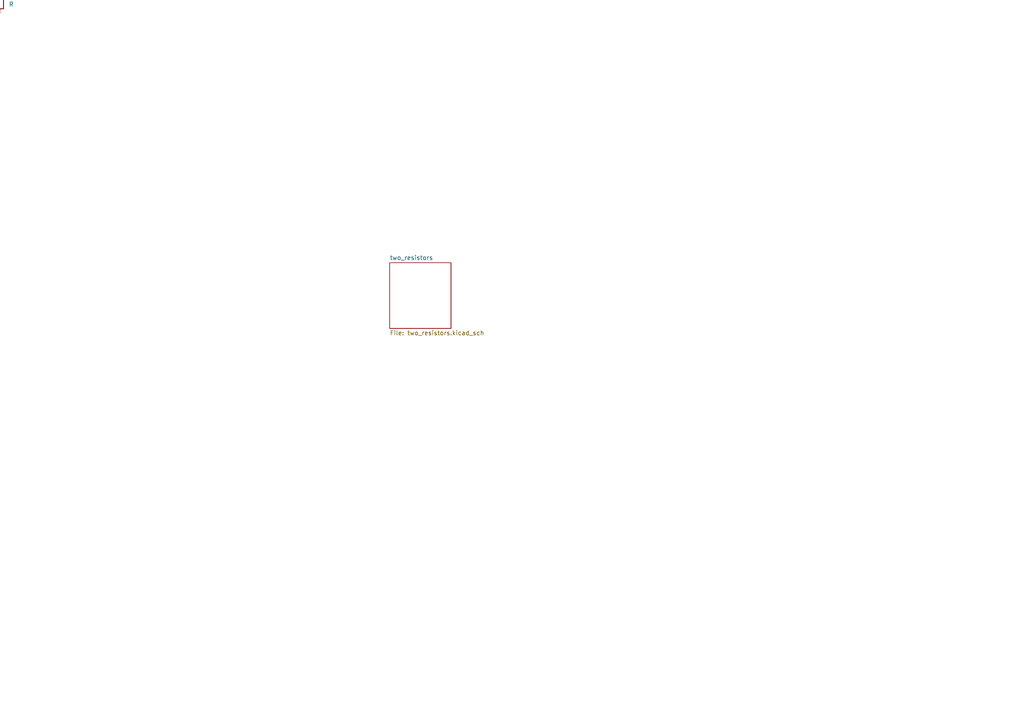
<source format=kicad_sch>
(kicad_sch (version 20231120) (generator "eeschema") (generator_version "8.0")
  (paper "A4")
  (lib_symbols
    (symbol "Device:R" (pin_numbers hide) (pin_names (offset 0))
      (property "Reference" "R" (at 2.032 0 90))
      (property "Value" "R" (at 0 0 90))
      (symbol "R_0_1"
        (rectangle (start -1.016 -2.54) (end 1.016 2.54) (stroke (width 0.254)))
      )
      (symbol "R_1_1"
        (pin passive line (at 0 3.81 270) (length 1.27) (name "~") (number "1"))
        (pin passive line (at 0 -3.81 90) (length 1.27) (name "~") (number "2"))
      )
    )
  )
  (symbol (lib_id "Device:R") (at 0 0 0) (unit 1)
    (property "Reference" "R1" (at 2.54 -1.2701 0) (effects (justify left)))
    (property "Value" "R" (at 2.54 1.2699 0) (effects (justify left)))
    (property "Description" "Resistor" (effects (hide yes)))
  )
  (sheet (at 113.03 76.2) (size 17.78 19.05) (stroke (width 0.1524))
    (property "Sheetname" "two_resistors" (at 113.03 75.4884 0) (effects (justify left bottom)))
    (property "Sheetfile" "two_resistors.kicad_sch" (at 113.03 95.8346 0) (effects (justify left top)))
  )
)
</source>
